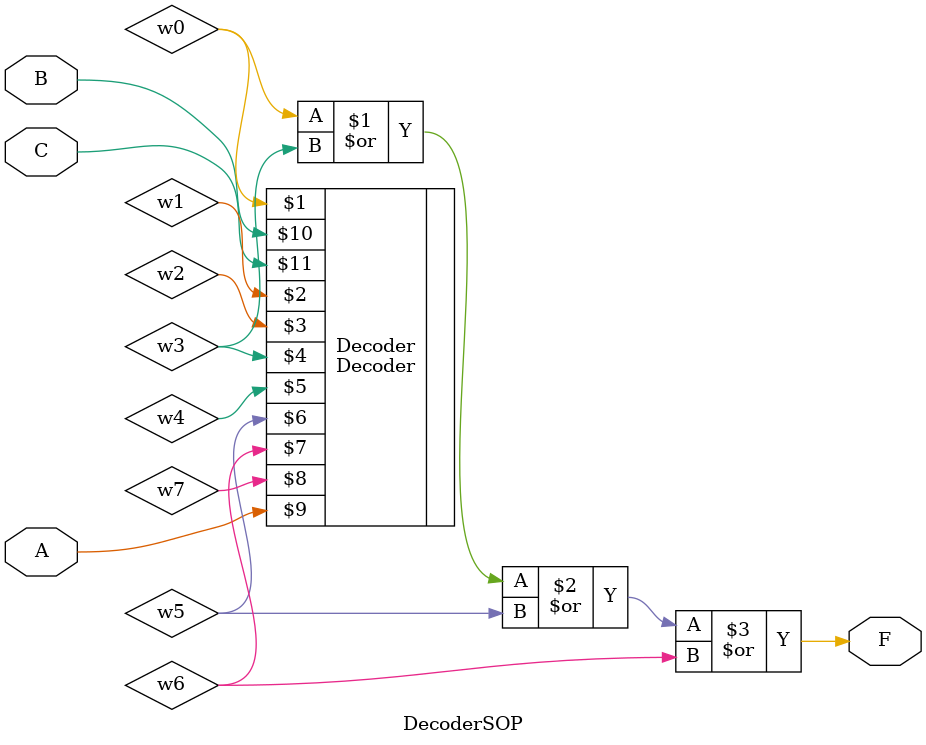
<source format=v>
`timescale 1ns / 1ps


module DecoderSOP(
    output F,
    input A,
    input B,
    input C
    );
    wire w0,w1,w2,w3,w4,w5,w6,w7;
    Decoder Decoder(w0,w1,w2,w3,w4,w5,w6,w7,A,B,C);
    
    or OR1(F,w0,w3,w5,w6);
endmodule

</source>
